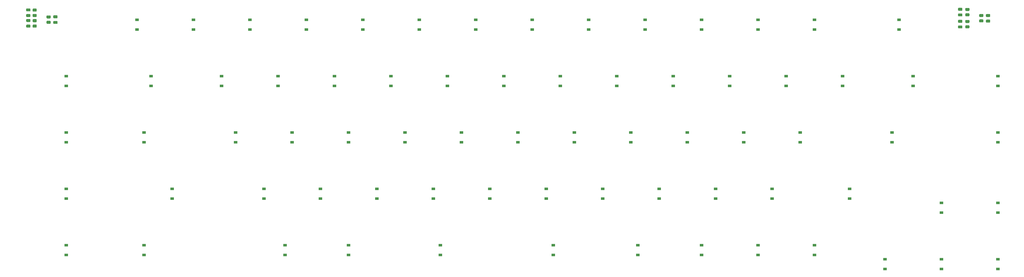
<source format=gbr>
%TF.GenerationSoftware,KiCad,Pcbnew,(5.1.9)-1*%
%TF.CreationDate,2021-03-13T21:00:17-08:00*%
%TF.ProjectId,USKB Final,55534b42-2046-4696-9e61-6c2e6b696361,rev?*%
%TF.SameCoordinates,Original*%
%TF.FileFunction,Paste,Bot*%
%TF.FilePolarity,Positive*%
%FSLAX46Y46*%
G04 Gerber Fmt 4.6, Leading zero omitted, Abs format (unit mm)*
G04 Created by KiCad (PCBNEW (5.1.9)-1) date 2021-03-13 21:00:17*
%MOMM*%
%LPD*%
G01*
G04 APERTURE LIST*
%ADD10R,1.200000X0.900000*%
G04 APERTURE END LIST*
%TO.C,R6*%
G36*
G01*
X53905998Y-35198000D02*
X54806002Y-35198000D01*
G75*
G02*
X55056000Y-35447998I0J-249998D01*
G01*
X55056000Y-35973002D01*
G75*
G02*
X54806002Y-36223000I-249998J0D01*
G01*
X53905998Y-36223000D01*
G75*
G02*
X53656000Y-35973002I0J249998D01*
G01*
X53656000Y-35447998D01*
G75*
G02*
X53905998Y-35198000I249998J0D01*
G01*
G37*
G36*
G01*
X53905998Y-33373000D02*
X54806002Y-33373000D01*
G75*
G02*
X55056000Y-33622998I0J-249998D01*
G01*
X55056000Y-34148002D01*
G75*
G02*
X54806002Y-34398000I-249998J0D01*
G01*
X53905998Y-34398000D01*
G75*
G02*
X53656000Y-34148002I0J249998D01*
G01*
X53656000Y-33622998D01*
G75*
G02*
X53905998Y-33373000I249998J0D01*
G01*
G37*
%TD*%
%TO.C,R5*%
G36*
G01*
X50101922Y-35662920D02*
X49201918Y-35662920D01*
G75*
G02*
X48951920Y-35412922I0J249998D01*
G01*
X48951920Y-34887918D01*
G75*
G02*
X49201918Y-34637920I249998J0D01*
G01*
X50101922Y-34637920D01*
G75*
G02*
X50351920Y-34887918I0J-249998D01*
G01*
X50351920Y-35412922D01*
G75*
G02*
X50101922Y-35662920I-249998J0D01*
G01*
G37*
G36*
G01*
X50101922Y-37487920D02*
X49201918Y-37487920D01*
G75*
G02*
X48951920Y-37237922I0J249998D01*
G01*
X48951920Y-36712918D01*
G75*
G02*
X49201918Y-36462920I249998J0D01*
G01*
X50101922Y-36462920D01*
G75*
G02*
X50351920Y-36712918I0J-249998D01*
G01*
X50351920Y-37237922D01*
G75*
G02*
X50101922Y-37487920I-249998J0D01*
G01*
G37*
%TD*%
%TO.C,R4*%
G36*
G01*
X49201918Y-32886600D02*
X50101922Y-32886600D01*
G75*
G02*
X50351920Y-33136598I0J-249998D01*
G01*
X50351920Y-33661602D01*
G75*
G02*
X50101922Y-33911600I-249998J0D01*
G01*
X49201918Y-33911600D01*
G75*
G02*
X48951920Y-33661602I0J249998D01*
G01*
X48951920Y-33136598D01*
G75*
G02*
X49201918Y-32886600I249998J0D01*
G01*
G37*
G36*
G01*
X49201918Y-31061600D02*
X50101922Y-31061600D01*
G75*
G02*
X50351920Y-31311598I0J-249998D01*
G01*
X50351920Y-31836602D01*
G75*
G02*
X50101922Y-32086600I-249998J0D01*
G01*
X49201918Y-32086600D01*
G75*
G02*
X48951920Y-31836602I0J249998D01*
G01*
X48951920Y-31311598D01*
G75*
G02*
X49201918Y-31061600I249998J0D01*
G01*
G37*
%TD*%
%TO.C,R3*%
G36*
G01*
X368611998Y-34713500D02*
X369512002Y-34713500D01*
G75*
G02*
X369762000Y-34963498I0J-249998D01*
G01*
X369762000Y-35488502D01*
G75*
G02*
X369512002Y-35738500I-249998J0D01*
G01*
X368611998Y-35738500D01*
G75*
G02*
X368362000Y-35488502I0J249998D01*
G01*
X368362000Y-34963498D01*
G75*
G02*
X368611998Y-34713500I249998J0D01*
G01*
G37*
G36*
G01*
X368611998Y-32888500D02*
X369512002Y-32888500D01*
G75*
G02*
X369762000Y-33138498I0J-249998D01*
G01*
X369762000Y-33663502D01*
G75*
G02*
X369512002Y-33913500I-249998J0D01*
G01*
X368611998Y-33913500D01*
G75*
G02*
X368362000Y-33663502I0J249998D01*
G01*
X368362000Y-33138498D01*
G75*
G02*
X368611998Y-32888500I249998J0D01*
G01*
G37*
%TD*%
%TO.C,R2*%
G36*
G01*
X364813002Y-35922000D02*
X363912998Y-35922000D01*
G75*
G02*
X363663000Y-35672002I0J249998D01*
G01*
X363663000Y-35146998D01*
G75*
G02*
X363912998Y-34897000I249998J0D01*
G01*
X364813002Y-34897000D01*
G75*
G02*
X365063000Y-35146998I0J-249998D01*
G01*
X365063000Y-35672002D01*
G75*
G02*
X364813002Y-35922000I-249998J0D01*
G01*
G37*
G36*
G01*
X364813002Y-37747000D02*
X363912998Y-37747000D01*
G75*
G02*
X363663000Y-37497002I0J249998D01*
G01*
X363663000Y-36971998D01*
G75*
G02*
X363912998Y-36722000I249998J0D01*
G01*
X364813002Y-36722000D01*
G75*
G02*
X365063000Y-36971998I0J-249998D01*
G01*
X365063000Y-37497002D01*
G75*
G02*
X364813002Y-37747000I-249998J0D01*
G01*
G37*
%TD*%
%TO.C,R1*%
G36*
G01*
X363912998Y-32658000D02*
X364813002Y-32658000D01*
G75*
G02*
X365063000Y-32907998I0J-249998D01*
G01*
X365063000Y-33433002D01*
G75*
G02*
X364813002Y-33683000I-249998J0D01*
G01*
X363912998Y-33683000D01*
G75*
G02*
X363663000Y-33433002I0J249998D01*
G01*
X363663000Y-32907998D01*
G75*
G02*
X363912998Y-32658000I249998J0D01*
G01*
G37*
G36*
G01*
X363912998Y-30833000D02*
X364813002Y-30833000D01*
G75*
G02*
X365063000Y-31082998I0J-249998D01*
G01*
X365063000Y-31608002D01*
G75*
G02*
X364813002Y-31858000I-249998J0D01*
G01*
X363912998Y-31858000D01*
G75*
G02*
X363663000Y-31608002I0J249998D01*
G01*
X363663000Y-31082998D01*
G75*
G02*
X363912998Y-30833000I249998J0D01*
G01*
G37*
%TD*%
D10*
%TO.C,D_Z1*%
X127000000Y-92012500D03*
X127000000Y-95312500D03*
%TD*%
%TO.C,D_Y1*%
X207962500Y-53912500D03*
X207962500Y-57212500D03*
%TD*%
%TO.C,D_X1*%
X146050000Y-92012500D03*
X146050000Y-95312500D03*
%TD*%
%TO.C,D_Win1*%
X374650000Y-96775000D03*
X374650000Y-100075000D03*
%TD*%
%TO.C,D_W1*%
X131762500Y-53912500D03*
X131762500Y-57212500D03*
%TD*%
%TO.C,D_V1*%
X184150000Y-92012500D03*
X184150000Y-95312500D03*
%TD*%
%TO.C,D_UArrow1*%
X355600000Y-96775000D03*
X355600000Y-100075000D03*
%TD*%
%TO.C,D_U1*%
X227012500Y-53912500D03*
X227012500Y-57212500D03*
%TD*%
%TO.C,D_Tab1*%
X88900000Y-53912500D03*
X88900000Y-57212500D03*
%TD*%
%TO.C,D_T1*%
X188912500Y-53912500D03*
X188912500Y-57212500D03*
%TD*%
%TO.C,D_Space_4*%
X253206250Y-111062500D03*
X253206250Y-114362500D03*
%TD*%
%TO.C,D_Space_3*%
X224631250Y-111062500D03*
X224631250Y-114362500D03*
%TD*%
%TO.C,D_Space_2*%
X186531250Y-111062500D03*
X186531250Y-114362500D03*
%TD*%
%TO.C,D_Space1*%
X155575000Y-111062500D03*
X155575000Y-114362500D03*
%TD*%
%TO.C,D_Slash1*%
X298450000Y-92012500D03*
X298450000Y-95312500D03*
%TD*%
%TO.C,D_Shift2*%
X324643750Y-92012500D03*
X324643750Y-95312500D03*
%TD*%
%TO.C,D_Shift1*%
X96043750Y-92012500D03*
X96043750Y-95312500D03*
%TD*%
%TO.C,D_S1*%
X136525000Y-72962500D03*
X136525000Y-76262500D03*
%TD*%
%TO.C,D_RThan1*%
X279400000Y-92012500D03*
X279400000Y-95312500D03*
%TD*%
%TO.C,D_RBrace1*%
X322262500Y-53912500D03*
X322262500Y-57212500D03*
%TD*%
%TO.C,D_RArrow1*%
X374650000Y-115825000D03*
X374650000Y-119125000D03*
%TD*%
%TO.C,D_R1*%
X169862500Y-53912500D03*
X169862500Y-57212500D03*
%TD*%
%TO.C,D_Q1*%
X112712500Y-53912500D03*
X112712500Y-57212500D03*
%TD*%
%TO.C,D_Plus1*%
X312737500Y-34862500D03*
X312737500Y-38162500D03*
%TD*%
%TO.C,D_P1*%
X284162500Y-53912500D03*
X284162500Y-57212500D03*
%TD*%
%TO.C,D_O1*%
X265112500Y-53912500D03*
X265112500Y-57212500D03*
%TD*%
%TO.C,D_Num9*%
X255587500Y-34862500D03*
X255587500Y-38162500D03*
%TD*%
%TO.C,D_Num8*%
X236537500Y-34862500D03*
X236537500Y-38162500D03*
%TD*%
%TO.C,D_Num7*%
X217487500Y-34862500D03*
X217487500Y-38162500D03*
%TD*%
%TO.C,D_Num6*%
X198437500Y-34862500D03*
X198437500Y-38162500D03*
%TD*%
%TO.C,D_Num5*%
X179387500Y-34862500D03*
X179387500Y-38162500D03*
%TD*%
%TO.C,D_Num4*%
X160337500Y-34862500D03*
X160337500Y-38162500D03*
%TD*%
%TO.C,D_Num3*%
X141287500Y-34862500D03*
X141287500Y-38162500D03*
%TD*%
%TO.C,D_Num2*%
X122237500Y-34862500D03*
X122237500Y-38162500D03*
%TD*%
%TO.C,D_Num1*%
X103187500Y-34862500D03*
X103187500Y-38162500D03*
%TD*%
%TO.C,D_Num0*%
X274637500Y-34862500D03*
X274637500Y-38162500D03*
%TD*%
%TO.C,D_N1*%
X222250000Y-92012500D03*
X222250000Y-95312500D03*
%TD*%
%TO.C,D_Minus1*%
X293687500Y-34862500D03*
X293687500Y-38162500D03*
%TD*%
%TO.C,D_M1*%
X241300000Y-92012500D03*
X241300000Y-95312500D03*
%TD*%
%TO.C,D_LThan1*%
X260350000Y-92012500D03*
X260350000Y-95312500D03*
%TD*%
%TO.C,D_LBrace1*%
X303212500Y-53912500D03*
X303212500Y-57212500D03*
%TD*%
%TO.C,D_LArrow1*%
X336550000Y-115825000D03*
X336550000Y-119125000D03*
%TD*%
%TO.C,D_L1*%
X269875000Y-72962500D03*
X269875000Y-76262500D03*
%TD*%
%TO.C,D_K1*%
X250825000Y-72962500D03*
X250825000Y-76262500D03*
%TD*%
%TO.C,D_J1*%
X231775000Y-72962500D03*
X231775000Y-76262500D03*
%TD*%
%TO.C,D_I1*%
X246062500Y-53912500D03*
X246062500Y-57212500D03*
%TD*%
%TO.C,D_H1*%
X212725000Y-72962500D03*
X212725000Y-76262500D03*
%TD*%
%TO.C,D_G1*%
X193675000Y-72962500D03*
X193675000Y-76262500D03*
%TD*%
%TO.C,D_Fn1*%
X293687500Y-111062500D03*
X293687500Y-114362500D03*
%TD*%
%TO.C,D_F18*%
X374650000Y-72962500D03*
X374650000Y-76262500D03*
%TD*%
%TO.C,D_F17*%
X374650000Y-53912500D03*
X374650000Y-57212500D03*
%TD*%
%TO.C,D_F16*%
X60325000Y-111062500D03*
X60325000Y-114362500D03*
%TD*%
%TO.C,D_F15*%
X60325000Y-92012500D03*
X60325000Y-95312500D03*
%TD*%
%TO.C,D_F14*%
X60325000Y-72962500D03*
X60325000Y-76262500D03*
%TD*%
%TO.C,D_F13*%
X60325000Y-53912500D03*
X60325000Y-57212500D03*
%TD*%
%TO.C,D_F1*%
X174625000Y-72962500D03*
X174625000Y-76262500D03*
%TD*%
%TO.C,D_Esc1*%
X84137500Y-34862500D03*
X84137500Y-38162500D03*
%TD*%
%TO.C,D_Enter1*%
X338931250Y-72962500D03*
X338931250Y-76262500D03*
%TD*%
%TO.C,D_E1*%
X150812500Y-53912500D03*
X150812500Y-57212500D03*
%TD*%
%TO.C,D_DArrow1*%
X355600000Y-115825000D03*
X355600000Y-119125000D03*
%TD*%
%TO.C,D_D1*%
X155575000Y-72962500D03*
X155575000Y-76262500D03*
%TD*%
%TO.C,D_Ctrl2*%
X312737500Y-111062500D03*
X312737500Y-114362500D03*
%TD*%
%TO.C,D_Ctrl1*%
X86518750Y-111062500D03*
X86518750Y-114362500D03*
%TD*%
%TO.C,D_Colon1*%
X288925000Y-72962500D03*
X288925000Y-76262500D03*
%TD*%
%TO.C,D_Caps1*%
X86518750Y-72962500D03*
X86518750Y-76262500D03*
%TD*%
%TO.C,D_C1*%
X165100000Y-92012500D03*
X165100000Y-95312500D03*
%TD*%
%TO.C,D_BSlash1*%
X346075000Y-53912500D03*
X346075000Y-57212500D03*
%TD*%
%TO.C,D_Backspace1*%
X341312500Y-34862500D03*
X341312500Y-38162500D03*
%TD*%
%TO.C,D_B1*%
X203200000Y-92012500D03*
X203200000Y-95312500D03*
%TD*%
%TO.C,D_Apostrophe1*%
X307975000Y-72962500D03*
X307975000Y-76262500D03*
%TD*%
%TO.C,D_Alt2*%
X274637500Y-111062500D03*
X274637500Y-114362500D03*
%TD*%
%TO.C,D_Alt1*%
X134143750Y-111062500D03*
X134143750Y-114362500D03*
%TD*%
%TO.C,D_A1*%
X117475000Y-72962500D03*
X117475000Y-76262500D03*
%TD*%
%TO.C,C6*%
G36*
G01*
X57117000Y-34348000D02*
X56167000Y-34348000D01*
G75*
G02*
X55917000Y-34098000I0J250000D01*
G01*
X55917000Y-33598000D01*
G75*
G02*
X56167000Y-33348000I250000J0D01*
G01*
X57117000Y-33348000D01*
G75*
G02*
X57367000Y-33598000I0J-250000D01*
G01*
X57367000Y-34098000D01*
G75*
G02*
X57117000Y-34348000I-250000J0D01*
G01*
G37*
G36*
G01*
X57117000Y-36248000D02*
X56167000Y-36248000D01*
G75*
G02*
X55917000Y-35998000I0J250000D01*
G01*
X55917000Y-35498000D01*
G75*
G02*
X56167000Y-35248000I250000J0D01*
G01*
X57117000Y-35248000D01*
G75*
G02*
X57367000Y-35498000I0J-250000D01*
G01*
X57367000Y-35998000D01*
G75*
G02*
X57117000Y-36248000I-250000J0D01*
G01*
G37*
%TD*%
%TO.C,C5*%
G36*
G01*
X47028080Y-36492600D02*
X47978080Y-36492600D01*
G75*
G02*
X48228080Y-36742600I0J-250000D01*
G01*
X48228080Y-37242600D01*
G75*
G02*
X47978080Y-37492600I-250000J0D01*
G01*
X47028080Y-37492600D01*
G75*
G02*
X46778080Y-37242600I0J250000D01*
G01*
X46778080Y-36742600D01*
G75*
G02*
X47028080Y-36492600I250000J0D01*
G01*
G37*
G36*
G01*
X47028080Y-34592600D02*
X47978080Y-34592600D01*
G75*
G02*
X48228080Y-34842600I0J-250000D01*
G01*
X48228080Y-35342600D01*
G75*
G02*
X47978080Y-35592600I-250000J0D01*
G01*
X47028080Y-35592600D01*
G75*
G02*
X46778080Y-35342600I0J250000D01*
G01*
X46778080Y-34842600D01*
G75*
G02*
X47028080Y-34592600I250000J0D01*
G01*
G37*
%TD*%
%TO.C,C4*%
G36*
G01*
X47978080Y-32016280D02*
X47028080Y-32016280D01*
G75*
G02*
X46778080Y-31766280I0J250000D01*
G01*
X46778080Y-31266280D01*
G75*
G02*
X47028080Y-31016280I250000J0D01*
G01*
X47978080Y-31016280D01*
G75*
G02*
X48228080Y-31266280I0J-250000D01*
G01*
X48228080Y-31766280D01*
G75*
G02*
X47978080Y-32016280I-250000J0D01*
G01*
G37*
G36*
G01*
X47978080Y-33916280D02*
X47028080Y-33916280D01*
G75*
G02*
X46778080Y-33666280I0J250000D01*
G01*
X46778080Y-33166280D01*
G75*
G02*
X47028080Y-32916280I250000J0D01*
G01*
X47978080Y-32916280D01*
G75*
G02*
X48228080Y-33166280I0J-250000D01*
G01*
X48228080Y-33666280D01*
G75*
G02*
X47978080Y-33916280I-250000J0D01*
G01*
G37*
%TD*%
%TO.C,C3*%
G36*
G01*
X371823000Y-33906000D02*
X370873000Y-33906000D01*
G75*
G02*
X370623000Y-33656000I0J250000D01*
G01*
X370623000Y-33156000D01*
G75*
G02*
X370873000Y-32906000I250000J0D01*
G01*
X371823000Y-32906000D01*
G75*
G02*
X372073000Y-33156000I0J-250000D01*
G01*
X372073000Y-33656000D01*
G75*
G02*
X371823000Y-33906000I-250000J0D01*
G01*
G37*
G36*
G01*
X371823000Y-35806000D02*
X370873000Y-35806000D01*
G75*
G02*
X370623000Y-35556000I0J250000D01*
G01*
X370623000Y-35056000D01*
G75*
G02*
X370873000Y-34806000I250000J0D01*
G01*
X371823000Y-34806000D01*
G75*
G02*
X372073000Y-35056000I0J-250000D01*
G01*
X372073000Y-35556000D01*
G75*
G02*
X371823000Y-35806000I-250000J0D01*
G01*
G37*
%TD*%
%TO.C,C2*%
G36*
G01*
X361475000Y-36772000D02*
X362425000Y-36772000D01*
G75*
G02*
X362675000Y-37022000I0J-250000D01*
G01*
X362675000Y-37522000D01*
G75*
G02*
X362425000Y-37772000I-250000J0D01*
G01*
X361475000Y-37772000D01*
G75*
G02*
X361225000Y-37522000I0J250000D01*
G01*
X361225000Y-37022000D01*
G75*
G02*
X361475000Y-36772000I250000J0D01*
G01*
G37*
G36*
G01*
X361475000Y-34872000D02*
X362425000Y-34872000D01*
G75*
G02*
X362675000Y-35122000I0J-250000D01*
G01*
X362675000Y-35622000D01*
G75*
G02*
X362425000Y-35872000I-250000J0D01*
G01*
X361475000Y-35872000D01*
G75*
G02*
X361225000Y-35622000I0J250000D01*
G01*
X361225000Y-35122000D01*
G75*
G02*
X361475000Y-34872000I250000J0D01*
G01*
G37*
%TD*%
%TO.C,C1*%
G36*
G01*
X362425000Y-31808000D02*
X361475000Y-31808000D01*
G75*
G02*
X361225000Y-31558000I0J250000D01*
G01*
X361225000Y-31058000D01*
G75*
G02*
X361475000Y-30808000I250000J0D01*
G01*
X362425000Y-30808000D01*
G75*
G02*
X362675000Y-31058000I0J-250000D01*
G01*
X362675000Y-31558000D01*
G75*
G02*
X362425000Y-31808000I-250000J0D01*
G01*
G37*
G36*
G01*
X362425000Y-33708000D02*
X361475000Y-33708000D01*
G75*
G02*
X361225000Y-33458000I0J250000D01*
G01*
X361225000Y-32958000D01*
G75*
G02*
X361475000Y-32708000I250000J0D01*
G01*
X362425000Y-32708000D01*
G75*
G02*
X362675000Y-32958000I0J-250000D01*
G01*
X362675000Y-33458000D01*
G75*
G02*
X362425000Y-33708000I-250000J0D01*
G01*
G37*
%TD*%
M02*

</source>
